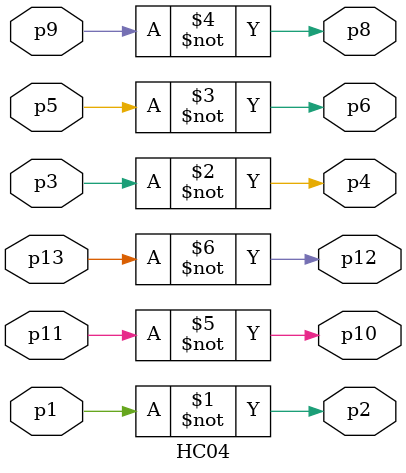
<source format=v>

module HC04(
    input wire p1,p3,p5,p9,p11,p13,
    output wire p2,p4,p6,p8,p10,p12
);

assign p2=~p1;
assign p4=~p3;
assign p6=~p5;
assign p8=~p9;
assign p10=~p11;
assign p12=~p13;

endmodule
</source>
